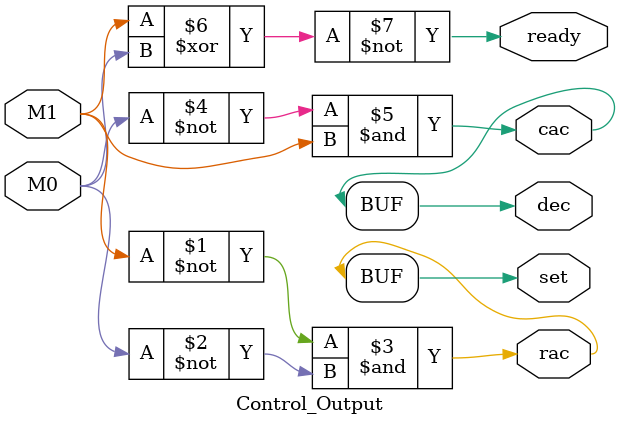
<source format=v>
module Control_Output(
    input M0, M1,
    output set, rac, dec, cac, ready
);
    assign set = ~M1 & ~M0;
    assign dec = ~M0 & M1;
    assign ready = ~(M1 ^ M0);
    assign rac = set, cac = dec;
endmodule

</source>
